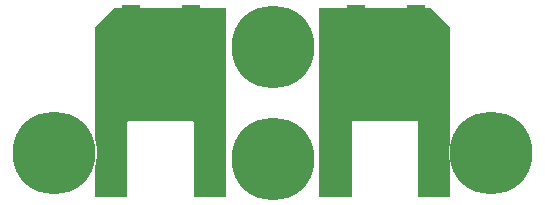
<source format=gbl>
G04*
G04 #@! TF.GenerationSoftware,Altium Limited,Altium Designer,21.6.1 (37)*
G04*
G04 Layer_Physical_Order=2*
G04 Layer_Color=16711680*
%FSLAX44Y44*%
%MOMM*%
G71*
G04*
G04 #@! TF.SameCoordinates,F5AFCD8F-ABCF-4033-9B6C-0A3FB02B3624*
G04*
G04*
G04 #@! TF.FilePolarity,Positive*
G04*
G01*
G75*
%ADD13R,1.5200X5.0800*%
%ADD19C,0.7000*%
%ADD20C,7.0000*%
G36*
X295000Y32243D02*
X268243D01*
Y95000D01*
X268072Y95858D01*
X267586Y96586D01*
X266858Y97072D01*
X266000Y97243D01*
X214000D01*
X213142Y97072D01*
X212414Y96586D01*
X211928Y95858D01*
X211757Y95000D01*
Y32243D01*
X184318D01*
Y58248D01*
X185377Y61507D01*
X186270Y67146D01*
Y72854D01*
X185377Y78493D01*
X184318Y81752D01*
Y176146D01*
X200929Y192757D01*
X295000D01*
X295000Y32243D01*
D02*
G37*
G36*
X485000Y176828D02*
X485000Y79653D01*
X484623Y78493D01*
X483730Y72854D01*
Y67146D01*
X484623Y61507D01*
X485000Y60347D01*
Y32243D01*
X458243D01*
Y95000D01*
X458072Y95858D01*
X457586Y96586D01*
X456858Y97072D01*
X456000Y97243D01*
X404000D01*
X403142Y97072D01*
X402414Y96586D01*
X401928Y95858D01*
X401757Y95000D01*
Y32243D01*
X374318D01*
Y192757D01*
X469071D01*
X485000Y176828D01*
D02*
G37*
D13*
X265400Y170000D02*
D03*
X214600D02*
D03*
X455800D02*
D03*
X405000D02*
D03*
D19*
X476000Y166000D02*
D03*
Y136000D02*
D03*
Y106000D02*
D03*
Y76000D02*
D03*
Y46000D02*
D03*
X461000Y136000D02*
D03*
X468500Y121000D02*
D03*
X461000Y106000D02*
D03*
X468500Y91000D02*
D03*
Y61000D02*
D03*
X446000Y136000D02*
D03*
X453500Y121000D02*
D03*
X446000Y106000D02*
D03*
X416000Y136000D02*
D03*
Y106000D02*
D03*
X401000Y136000D02*
D03*
X408500Y121000D02*
D03*
X401000Y106000D02*
D03*
X281000Y166000D02*
D03*
Y136000D02*
D03*
Y106000D02*
D03*
Y46000D02*
D03*
X266000Y136000D02*
D03*
X273500Y121000D02*
D03*
X266000Y106000D02*
D03*
X258500Y121000D02*
D03*
X221000Y136000D02*
D03*
Y106000D02*
D03*
X206000Y136000D02*
D03*
X213500Y121000D02*
D03*
X206000Y106000D02*
D03*
Y46000D02*
D03*
D20*
X335000Y65000D02*
D03*
Y160000D02*
D03*
X520000Y70000D02*
D03*
X150000D02*
D03*
M02*

</source>
